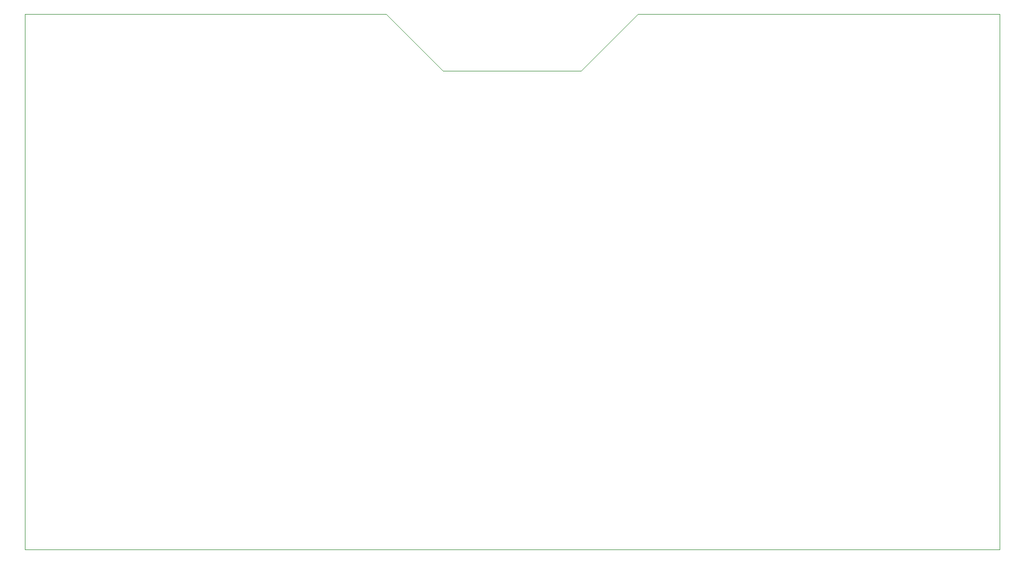
<source format=gbr>
%TF.GenerationSoftware,KiCad,Pcbnew,7.0.5-7.0.5~ubuntu22.04.1*%
%TF.CreationDate,2023-07-14T20:09:26+02:00*%
%TF.ProjectId,pico_breakout,7069636f-5f62-4726-9561-6b6f75742e6b,rev?*%
%TF.SameCoordinates,Original*%
%TF.FileFunction,Profile,NP*%
%FSLAX46Y46*%
G04 Gerber Fmt 4.6, Leading zero omitted, Abs format (unit mm)*
G04 Created by KiCad (PCBNEW 7.0.5-7.0.5~ubuntu22.04.1) date 2023-07-14 20:09:26*
%MOMM*%
%LPD*%
G01*
G04 APERTURE LIST*
%TA.AperFunction,Profile*%
%ADD10C,0.100000*%
%TD*%
G04 APERTURE END LIST*
D10*
X116205000Y-34290000D02*
X137795000Y-34290000D01*
X137795000Y-34290000D02*
X146685000Y-25400000D01*
X50800000Y-25400000D02*
X50800000Y-109220000D01*
X50800000Y-109220000D02*
X203200000Y-109220000D01*
X116205000Y-34290000D02*
X107315000Y-25400000D01*
X107315000Y-25400000D02*
X50800000Y-25400000D01*
X203200000Y-25400000D02*
X146685000Y-25400000D01*
X146685000Y-25400000D02*
X146685000Y-25400000D01*
X203200000Y-109220000D02*
X203200000Y-25400000D01*
M02*

</source>
